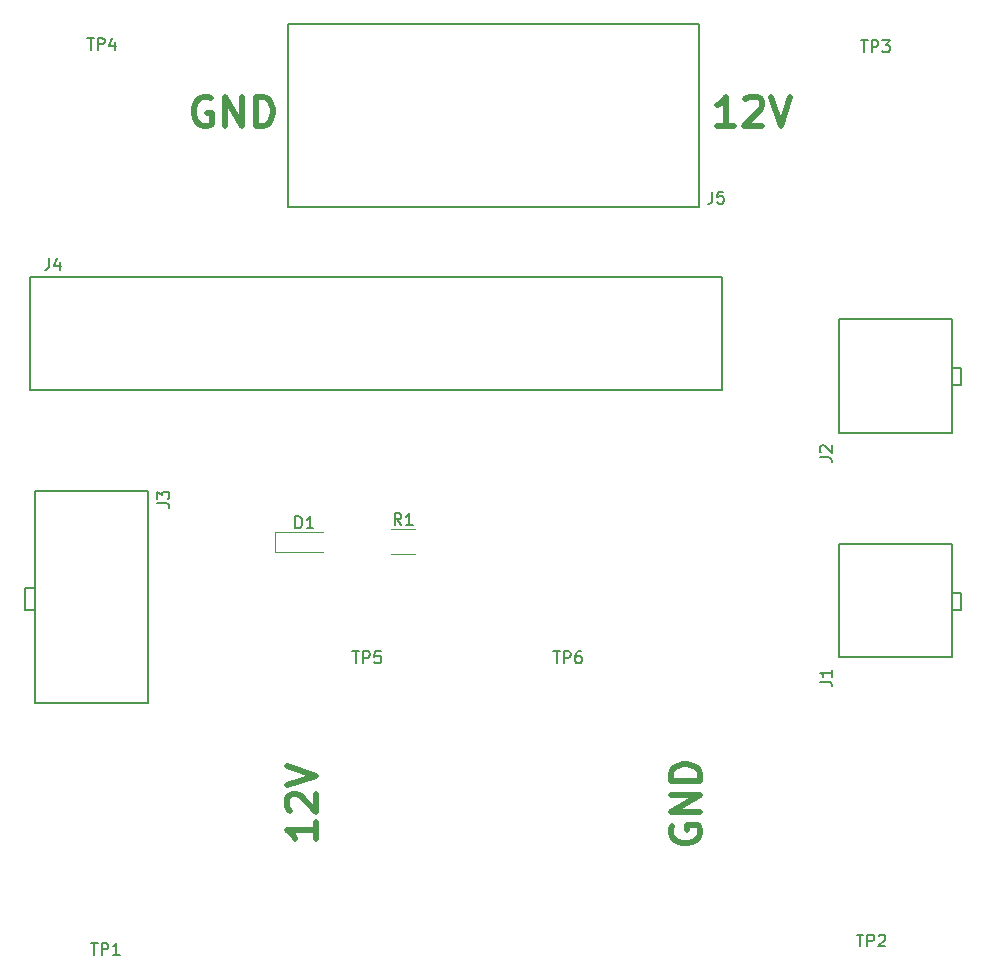
<source format=gbr>
G04 #@! TF.GenerationSoftware,KiCad,Pcbnew,(5.0.1)-3*
G04 #@! TF.CreationDate,2020-07-01T10:05:03+02:00*
G04 #@! TF.ProjectId,alim winterfell,616C696D2077696E74657266656C6C2E,rev?*
G04 #@! TF.SameCoordinates,PX632eb2cPY5b8d544*
G04 #@! TF.FileFunction,Legend,Top*
G04 #@! TF.FilePolarity,Positive*
%FSLAX46Y46*%
G04 Gerber Fmt 4.6, Leading zero omitted, Abs format (unit mm)*
G04 Created by KiCad (PCBNEW (5.0.1)-3) date 01/07/2020 10:05:03*
%MOMM*%
%LPD*%
G01*
G04 APERTURE LIST*
%ADD10C,0.500000*%
%ADD11C,0.120000*%
%ADD12C,0.200000*%
%ADD13C,0.150000*%
G04 APERTURE END LIST*
D10*
X21250292Y8451681D02*
X21250292Y7023110D01*
X21250292Y7737396D02*
X18750292Y7737396D01*
X19107435Y7499300D01*
X19345530Y7261205D01*
X19464578Y7023110D01*
X18988387Y9404062D02*
X18869340Y9523110D01*
X18750292Y9761205D01*
X18750292Y10356443D01*
X18869340Y10594539D01*
X18988387Y10713586D01*
X19226482Y10832634D01*
X19464578Y10832634D01*
X19821720Y10713586D01*
X21250292Y9285015D01*
X21250292Y10832634D01*
X18750292Y11546920D02*
X21250292Y12380253D01*
X18750292Y13213586D01*
X51350860Y8094539D02*
X51231812Y7856443D01*
X51231812Y7499300D01*
X51350860Y7142158D01*
X51588955Y6904062D01*
X51827050Y6785015D01*
X52303240Y6665967D01*
X52660383Y6665967D01*
X53136574Y6785015D01*
X53374669Y6904062D01*
X53612764Y7142158D01*
X53731812Y7499300D01*
X53731812Y7737396D01*
X53612764Y8094539D01*
X53493717Y8213586D01*
X52660383Y8213586D01*
X52660383Y7737396D01*
X53731812Y9285015D02*
X51231812Y9285015D01*
X53731812Y10713586D01*
X51231812Y10713586D01*
X53731812Y11904062D02*
X51231812Y11904062D01*
X51231812Y12499300D01*
X51350860Y12856443D01*
X51588955Y13094539D01*
X51827050Y13213586D01*
X52303240Y13332634D01*
X52660383Y13332634D01*
X53136574Y13213586D01*
X53374669Y13094539D01*
X53612764Y12856443D01*
X53731812Y12499300D01*
X53731812Y11904062D01*
X56620920Y67368348D02*
X55192349Y67368348D01*
X55906635Y67368348D02*
X55906635Y69868348D01*
X55668540Y69511205D01*
X55430444Y69273110D01*
X55192349Y69154062D01*
X57573301Y69630253D02*
X57692349Y69749300D01*
X57930444Y69868348D01*
X58525682Y69868348D01*
X58763778Y69749300D01*
X58882825Y69630253D01*
X59001873Y69392158D01*
X59001873Y69154062D01*
X58882825Y68796920D01*
X57454254Y67368348D01*
X59001873Y67368348D01*
X59716159Y69868348D02*
X60549492Y67368348D01*
X61382825Y69868348D01*
X12309078Y69749300D02*
X12070982Y69868348D01*
X11713840Y69868348D01*
X11356697Y69749300D01*
X11118601Y69511205D01*
X10999554Y69273110D01*
X10880506Y68796920D01*
X10880506Y68439777D01*
X10999554Y67963586D01*
X11118601Y67725491D01*
X11356697Y67487396D01*
X11713840Y67368348D01*
X11951935Y67368348D01*
X12309078Y67487396D01*
X12428125Y67606443D01*
X12428125Y68439777D01*
X11951935Y68439777D01*
X13499554Y67368348D02*
X13499554Y69868348D01*
X14928125Y67368348D01*
X14928125Y69868348D01*
X16118601Y67368348D02*
X16118601Y69868348D01*
X16713840Y69868348D01*
X17070982Y69749300D01*
X17309078Y69511205D01*
X17428125Y69273110D01*
X17547173Y68796920D01*
X17547173Y68439777D01*
X17428125Y67963586D01*
X17309078Y67725491D01*
X17070982Y67487396D01*
X16713840Y67368348D01*
X16118601Y67368348D01*
D11*
G04 #@! TO.C,D1*
X17755700Y33014020D02*
X21805700Y33014020D01*
X17755700Y31314020D02*
X21805700Y31314020D01*
X17705700Y33014020D02*
X17705700Y31314020D01*
G04 #@! TO.C,R1*
X27597860Y33251800D02*
X29597860Y33251800D01*
X29597860Y31111800D02*
X27597860Y31111800D01*
D12*
G04 #@! TO.C,J4*
X-3000300Y54599300D02*
X-3000300Y44999300D01*
X-3000300Y44999300D02*
X55599700Y44999300D01*
X55599700Y44999300D02*
X55599700Y54599300D01*
X-3000300Y54599300D02*
X55599700Y54599300D01*
G04 #@! TO.C,J5*
X53653380Y75999300D02*
X53653380Y60505300D01*
X18855380Y75999300D02*
X53653380Y75999300D01*
X18855380Y60505300D02*
X18855380Y75999300D01*
X18855380Y60505300D02*
X53653380Y60505300D01*
G04 #@! TO.C,J1*
X75804480Y26429080D02*
X75144080Y26429080D01*
X75804480Y27859100D02*
X75804480Y26429080D01*
X75118680Y27859100D02*
X75804480Y27859100D01*
X75099700Y31999300D02*
X75099700Y22399300D01*
X75099700Y22399300D02*
X65499700Y22399300D01*
X65499700Y31999300D02*
X65499700Y22399300D01*
X75099700Y31999300D02*
X65499700Y31999300D01*
G04 #@! TO.C,J2*
X75099700Y50999300D02*
X65499700Y50999300D01*
X65499700Y50999300D02*
X65499700Y41399300D01*
X75099700Y41399300D02*
X65499700Y41399300D01*
X75099700Y50999300D02*
X75099700Y41399300D01*
X75118680Y46859100D02*
X75804480Y46859100D01*
X75804480Y46859100D02*
X75804480Y45429080D01*
X75804480Y45429080D02*
X75144080Y45429080D01*
G04 #@! TO.C,J3*
X-2600300Y18499300D02*
X6999700Y18499300D01*
X6999700Y18499300D02*
X6999700Y36499300D01*
X-2600300Y36499300D02*
X6999700Y36499300D01*
X-2600300Y18499300D02*
X-2600300Y36499300D01*
X-2598960Y26424100D02*
X-3457480Y26424100D01*
X-3457480Y26424100D02*
X-3457480Y28257980D01*
X-3457480Y28257980D02*
X-2631980Y28257980D01*
G04 #@! TO.C,D1*
D13*
X19467604Y33311640D02*
X19467604Y34311640D01*
X19705700Y34311640D01*
X19848557Y34264020D01*
X19943795Y34168782D01*
X19991414Y34073544D01*
X20039033Y33883068D01*
X20039033Y33740211D01*
X19991414Y33549735D01*
X19943795Y33454497D01*
X19848557Y33359259D01*
X19705700Y33311640D01*
X19467604Y33311640D01*
X20991414Y33311640D02*
X20419985Y33311640D01*
X20705700Y33311640D02*
X20705700Y34311640D01*
X20610461Y34168782D01*
X20515223Y34073544D01*
X20419985Y34025925D01*
G04 #@! TO.C,R1*
X28431193Y33579420D02*
X28097860Y34055610D01*
X27859764Y33579420D02*
X27859764Y34579420D01*
X28240717Y34579420D01*
X28335955Y34531800D01*
X28383574Y34484181D01*
X28431193Y34388943D01*
X28431193Y34246086D01*
X28383574Y34150848D01*
X28335955Y34103229D01*
X28240717Y34055610D01*
X27859764Y34055610D01*
X29383574Y33579420D02*
X28812145Y33579420D01*
X29097860Y33579420D02*
X29097860Y34579420D01*
X29002621Y34436562D01*
X28907383Y34341324D01*
X28812145Y34293705D01*
G04 #@! TO.C,TP1*
X2162015Y-1799340D02*
X2733443Y-1799340D01*
X2447729Y-2799340D02*
X2447729Y-1799340D01*
X3066777Y-2799340D02*
X3066777Y-1799340D01*
X3447729Y-1799340D01*
X3542967Y-1846960D01*
X3590586Y-1894579D01*
X3638205Y-1989817D01*
X3638205Y-2132674D01*
X3590586Y-2227912D01*
X3542967Y-2275531D01*
X3447729Y-2323150D01*
X3066777Y-2323150D01*
X4590586Y-2799340D02*
X4019158Y-2799340D01*
X4304872Y-2799340D02*
X4304872Y-1799340D01*
X4209634Y-1942198D01*
X4114396Y-2037436D01*
X4019158Y-2085055D01*
G04 #@! TO.C,TP2*
X66992975Y-1083060D02*
X67564403Y-1083060D01*
X67278689Y-2083060D02*
X67278689Y-1083060D01*
X67897737Y-2083060D02*
X67897737Y-1083060D01*
X68278689Y-1083060D01*
X68373927Y-1130680D01*
X68421546Y-1178299D01*
X68469165Y-1273537D01*
X68469165Y-1416394D01*
X68421546Y-1511632D01*
X68373927Y-1559251D01*
X68278689Y-1606870D01*
X67897737Y-1606870D01*
X68850118Y-1178299D02*
X68897737Y-1130680D01*
X68992975Y-1083060D01*
X69231070Y-1083060D01*
X69326308Y-1130680D01*
X69373927Y-1178299D01*
X69421546Y-1273537D01*
X69421546Y-1368775D01*
X69373927Y-1511632D01*
X68802499Y-2083060D01*
X69421546Y-2083060D01*
G04 #@! TO.C,TP3*
X67353655Y74621680D02*
X67925083Y74621680D01*
X67639369Y73621680D02*
X67639369Y74621680D01*
X68258417Y73621680D02*
X68258417Y74621680D01*
X68639369Y74621680D01*
X68734607Y74574060D01*
X68782226Y74526441D01*
X68829845Y74431203D01*
X68829845Y74288346D01*
X68782226Y74193108D01*
X68734607Y74145489D01*
X68639369Y74097870D01*
X68258417Y74097870D01*
X69163179Y74621680D02*
X69782226Y74621680D01*
X69448893Y74240727D01*
X69591750Y74240727D01*
X69686988Y74193108D01*
X69734607Y74145489D01*
X69782226Y74050251D01*
X69782226Y73812156D01*
X69734607Y73716918D01*
X69686988Y73669299D01*
X69591750Y73621680D01*
X69306036Y73621680D01*
X69210798Y73669299D01*
X69163179Y73716918D01*
G04 #@! TO.C,TP4*
X1836895Y74807100D02*
X2408323Y74807100D01*
X2122609Y73807100D02*
X2122609Y74807100D01*
X2741657Y73807100D02*
X2741657Y74807100D01*
X3122609Y74807100D01*
X3217847Y74759480D01*
X3265466Y74711861D01*
X3313085Y74616623D01*
X3313085Y74473766D01*
X3265466Y74378528D01*
X3217847Y74330909D01*
X3122609Y74283290D01*
X2741657Y74283290D01*
X4170228Y74473766D02*
X4170228Y73807100D01*
X3932133Y74854719D02*
X3694038Y74140433D01*
X4313085Y74140433D01*
G04 #@! TO.C,TP5*
X24294695Y22891320D02*
X24866123Y22891320D01*
X24580409Y21891320D02*
X24580409Y22891320D01*
X25199457Y21891320D02*
X25199457Y22891320D01*
X25580409Y22891320D01*
X25675647Y22843700D01*
X25723266Y22796081D01*
X25770885Y22700843D01*
X25770885Y22557986D01*
X25723266Y22462748D01*
X25675647Y22415129D01*
X25580409Y22367510D01*
X25199457Y22367510D01*
X26675647Y22891320D02*
X26199457Y22891320D01*
X26151838Y22415129D01*
X26199457Y22462748D01*
X26294695Y22510367D01*
X26532790Y22510367D01*
X26628028Y22462748D01*
X26675647Y22415129D01*
X26723266Y22319891D01*
X26723266Y22081796D01*
X26675647Y21986558D01*
X26628028Y21938939D01*
X26532790Y21891320D01*
X26294695Y21891320D01*
X26199457Y21938939D01*
X26151838Y21986558D01*
G04 #@! TO.C,TP6*
X41294695Y22891320D02*
X41866123Y22891320D01*
X41580409Y21891320D02*
X41580409Y22891320D01*
X42199457Y21891320D02*
X42199457Y22891320D01*
X42580409Y22891320D01*
X42675647Y22843700D01*
X42723266Y22796081D01*
X42770885Y22700843D01*
X42770885Y22557986D01*
X42723266Y22462748D01*
X42675647Y22415129D01*
X42580409Y22367510D01*
X42199457Y22367510D01*
X43628028Y22891320D02*
X43437552Y22891320D01*
X43342314Y22843700D01*
X43294695Y22796081D01*
X43199457Y22653224D01*
X43151838Y22462748D01*
X43151838Y22081796D01*
X43199457Y21986558D01*
X43247076Y21938939D01*
X43342314Y21891320D01*
X43532790Y21891320D01*
X43628028Y21938939D01*
X43675647Y21986558D01*
X43723266Y22081796D01*
X43723266Y22319891D01*
X43675647Y22415129D01*
X43628028Y22462748D01*
X43532790Y22510367D01*
X43342314Y22510367D01*
X43247076Y22462748D01*
X43199457Y22415129D01*
X43151838Y22319891D01*
G04 #@! TO.C,J4*
X-1393074Y56181900D02*
X-1393074Y55467614D01*
X-1440693Y55324757D01*
X-1535931Y55229519D01*
X-1678788Y55181900D01*
X-1774026Y55181900D01*
X-488312Y55848566D02*
X-488312Y55181900D01*
X-726407Y56229519D02*
X-964502Y55515233D01*
X-345455Y55515233D01*
G04 #@! TO.C,J5*
X54759266Y61802260D02*
X54759266Y61087974D01*
X54711647Y60945117D01*
X54616409Y60849879D01*
X54473552Y60802260D01*
X54378314Y60802260D01*
X55711647Y61802260D02*
X55235457Y61802260D01*
X55187838Y61326069D01*
X55235457Y61373688D01*
X55330695Y61421307D01*
X55568790Y61421307D01*
X55664028Y61373688D01*
X55711647Y61326069D01*
X55759266Y61230831D01*
X55759266Y60992736D01*
X55711647Y60897498D01*
X55664028Y60849879D01*
X55568790Y60802260D01*
X55330695Y60802260D01*
X55235457Y60849879D01*
X55187838Y60897498D01*
G04 #@! TO.C,J1*
X63870040Y20329947D02*
X64584326Y20329947D01*
X64727183Y20282328D01*
X64822421Y20187090D01*
X64870040Y20044233D01*
X64870040Y19948995D01*
X64870040Y21329947D02*
X64870040Y20758519D01*
X64870040Y21044233D02*
X63870040Y21044233D01*
X64012898Y20948995D01*
X64108136Y20853757D01*
X64155755Y20758519D01*
G04 #@! TO.C,J2*
X63870040Y39329947D02*
X64584326Y39329947D01*
X64727183Y39282328D01*
X64822421Y39187090D01*
X64870040Y39044233D01*
X64870040Y38948995D01*
X63965279Y39758519D02*
X63917660Y39806138D01*
X63870040Y39901376D01*
X63870040Y40139471D01*
X63917660Y40234709D01*
X63965279Y40282328D01*
X64060517Y40329947D01*
X64155755Y40329947D01*
X64298612Y40282328D01*
X64870040Y39710900D01*
X64870040Y40329947D01*
G04 #@! TO.C,J3*
X7780500Y35425267D02*
X8494786Y35425267D01*
X8637643Y35377648D01*
X8732881Y35282410D01*
X8780500Y35139553D01*
X8780500Y35044315D01*
X7780500Y35806220D02*
X7780500Y36425267D01*
X8161453Y36091934D01*
X8161453Y36234791D01*
X8209072Y36330029D01*
X8256691Y36377648D01*
X8351929Y36425267D01*
X8590024Y36425267D01*
X8685262Y36377648D01*
X8732881Y36330029D01*
X8780500Y36234791D01*
X8780500Y35949077D01*
X8732881Y35853839D01*
X8685262Y35806220D01*
G04 #@! TD*
M02*

</source>
